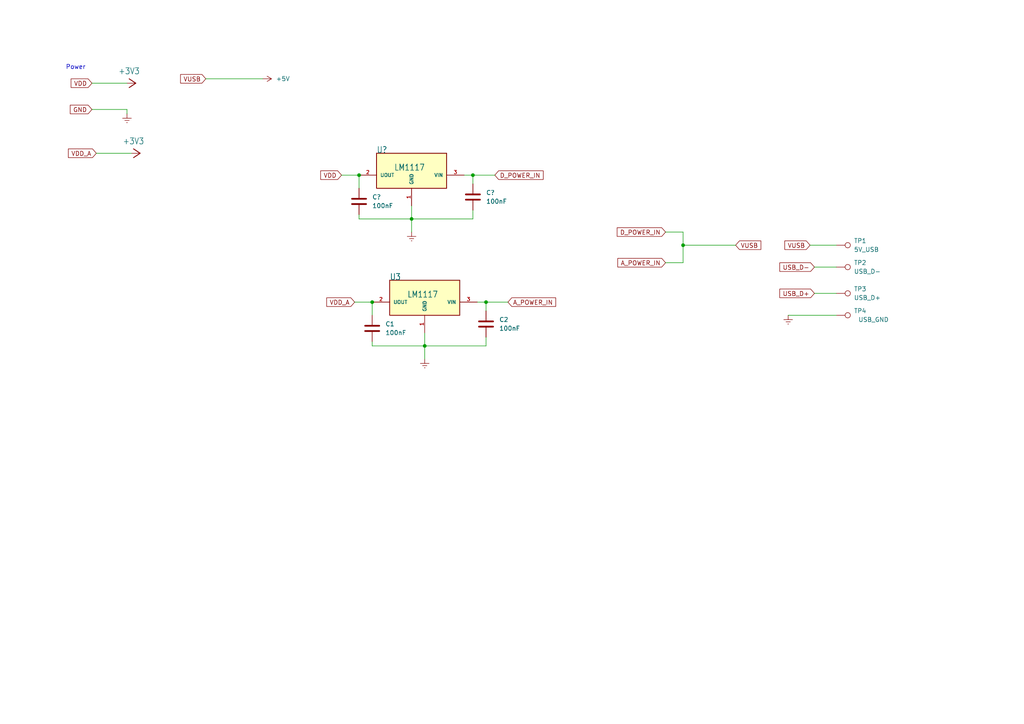
<source format=kicad_sch>
(kicad_sch (version 20211123) (generator eeschema)
  (paper "A4")
  (lib_symbols
    (symbol "Connector:TestPoint" (pin_numbers hide) (pin_names (offset 0.762) hide)
      (property "Reference" "TP" (at 0 6.858 0))
      (property "Value" "TestPoint" (at 0 5.08 0))
      (symbol "TestPoint_0_1"
        (circle (center 0 3.302) (radius 0.762))
      )
      (symbol "TestPoint_1_1"
        (pin passive line (at 0 0 90) (length 2.54) (name "1") (number "1"))
      )
    )
    (symbol "Device:C" (pin_numbers hide) (pin_names (offset 0.254))
      (property "Reference" "C" (at 0.635 2.54 0))
      (property "Value" "C" (at 0.635 -2.54 0))
      (symbol "C_0_1"
        (polyline (pts (xy -2.032 -0.762) (xy 2.032 -0.762)) (stroke (width 0.508)))
        (polyline (pts (xy -2.032 0.762) (xy 2.032 0.762)) (stroke (width 0.508)))
      )
      (symbol "C_1_1"
        (pin passive line (at 0 3.81 270) (length 2.794) (name "~") (number "1"))
        (pin passive line (at 0 -3.81 90) (length 2.794) (name "~") (number "2"))
      )
    )
    (symbol "GlobalLibrary:LM1117-3.3" (pin_names (offset 1.016))
      (property "Reference" "IC?" (at -7.62 2.54 0))
      (property "Value" "LM1117" (at -2.54 -2.54 0))
      (symbol "LM1117-3.3_0_0"
        (rectangle (start -7.62 -7.62) (end 12.7 2.54) (stroke (width 0.254)) (fill (type background)))
        (pin passive line (at 2.54 -12.7 90) (length 5.08) (name "GND") (number "1"))
        (pin output line (at -12.7 -3.81 0) (length 5.08) (name "UOUT") (number "2"))
        (pin bidirectional line (at 17.78 -3.81 180) (length 5.08) (name "VIN") (number "3"))
      )
    )
    (symbol "esp32s2Stick-eagle-import:+3V3" (power)
      (property "Value" "+3V3" (at -2.54 -5.08 90))
      (symbol "+3V3_1_0"
        (polyline (pts (xy 0 0) (xy -1.27 -1.905)) (stroke (width 0.254)))
        (polyline (pts (xy 1.27 -1.905) (xy 0 0)) (stroke (width 0.254)))
        (pin power_in line (at 0 -2.54 90) (length 2.54) (name "+3V3") (number "1"))
      )
    )
    (symbol "power:+5V" (power) (pin_names (offset 0))
      (property "Value" "+5V" (at 0 3.556 0))
      (symbol "+5V_0_1"
        (polyline (pts (xy -0.762 1.27) (xy 0 2.54)))
        (polyline (pts (xy 0 0) (xy 0 2.54)))
        (polyline (pts (xy 0 2.54) (xy 0.762 1.27)))
      )
      (symbol "+5V_1_1"
        (pin power_in line (at 0 0 90) (length 0) hide (name "+5V") (number "1"))
      )
    )
    (symbol "power:Earth" (power) (pin_names (offset 0))
      (symbol "Earth_0_1"
        (polyline (pts (xy -0.635 -1.905) (xy 0.635 -1.905)))
        (polyline (pts (xy -0.127 -2.54) (xy 0.127 -2.54)))
        (polyline (pts (xy 0 -1.27) (xy 0 0)))
        (polyline (pts (xy 1.27 -1.27) (xy -1.27 -1.27)))
      )
      (symbol "Earth_1_1"
        (pin power_in line (at 0 0 270) (length 0) hide (name "Earth") (number "1"))
      )
    )
  )
  (junction (at 107.95 87.63))
  (junction (at 140.97 87.63))
  (junction (at 198.12 71.12))
  (junction (at 119.38 63.5))
  (junction (at 123.19 100.33))
  (junction (at 104.14 50.8))
  (junction (at 137.16 50.8))
  (wire (pts (xy 140.97 87.63) (xy 147.32 87.63)))
  (wire (pts (xy 59.69 22.86) (xy 76.2 22.86)))
  (wire (pts (xy 137.16 53.34) (xy 137.16 50.8)))
  (wire (pts (xy 234.95 71.12) (xy 242.57 71.12)))
  (wire (pts (xy 119.38 63.5) (xy 137.16 63.5)))
  (wire (pts (xy 104.14 54.61) (xy 104.14 50.8)))
  (wire (pts (xy 27.94 44.45) (xy 38.1 44.45)))
  (wire (pts (xy 26.67 31.75) (xy 36.83 31.75)))
  (wire (pts (xy 193.04 76.2) (xy 198.12 76.2)))
  (wire (pts (xy 102.87 87.63) (xy 107.95 87.63)))
  (wire (pts (xy 193.04 67.31) (xy 198.12 67.31)))
  (wire (pts (xy 236.22 77.47) (xy 242.57 77.47)))
  (wire (pts (xy 119.38 67.31) (xy 119.38 63.5)))
  (wire (pts (xy 140.97 90.17) (xy 140.97 87.63)))
  (wire (pts (xy 140.97 100.33) (xy 140.97 97.79)))
  (wire (pts (xy 198.12 71.12) (xy 213.36 71.12)))
  (wire (pts (xy 134.62 50.8) (xy 137.16 50.8)))
  (wire (pts (xy 236.22 85.09) (xy 242.57 85.09)))
  (wire (pts (xy 137.16 50.8) (xy 143.51 50.8)))
  (wire (pts (xy 36.83 31.75) (xy 36.83 33.02)))
  (wire (pts (xy 26.67 24.13) (xy 36.83 24.13)))
  (wire (pts (xy 104.14 63.5) (xy 119.38 63.5)))
  (wire (pts (xy 99.06 50.8) (xy 104.14 50.8)))
  (wire (pts (xy 107.95 100.33) (xy 107.95 99.06)))
  (wire (pts (xy 137.16 63.5) (xy 137.16 60.96)))
  (wire (pts (xy 123.19 100.33) (xy 123.19 96.52)))
  (wire (pts (xy 107.95 91.44) (xy 107.95 87.63)))
  (wire (pts (xy 242.57 91.44) (xy 228.6 91.44)))
  (wire (pts (xy 198.12 71.12) (xy 198.12 67.31)))
  (wire (pts (xy 198.12 71.12) (xy 198.12 76.2)))
  (wire (pts (xy 123.19 100.33) (xy 140.97 100.33)))
  (wire (pts (xy 138.43 87.63) (xy 140.97 87.63)))
  (wire (pts (xy 104.14 63.5) (xy 104.14 62.23)))
  (wire (pts (xy 119.38 63.5) (xy 119.38 59.69)))
  (wire (pts (xy 123.19 104.14) (xy 123.19 100.33)))
  (wire (pts (xy 107.95 100.33) (xy 123.19 100.33)))
  (text "Power" (at 19.05 20.32 0) (effects (font (size 1.27 1.27)) (justify left bottom)))
  (global_label "VUSB" (shape input) (at 234.95 71.12 180) (property "Intersheet References" "${INTERSHEET_REFS}" (effects hide)))
  (global_label "GND" (shape input) (at 26.67 31.75 180) (property "Intersheet References" "${INTERSHEET_REFS}" (effects hide)))
  (global_label "VUSB" (shape input) (at 59.69 22.86 180) (property "Intersheet References" "${INTERSHEET_REFS}" (effects hide)))
  (global_label "VUSB" (shape input) (at 213.36 71.12 0) (property "Intersheet References" "${INTERSHEET_REFS}" (effects hide)))
  (global_label "USB_D-" (shape input) (at 236.22 77.47 180) (property "Intersheet References" "${INTERSHEET_REFS}" (effects hide)))
  (global_label "D_POWER_IN" (shape input) (at 193.04 67.31 180) (property "Intersheet References" "${INTERSHEET_REFS}" (effects hide)))
  (global_label "VDD" (shape input) (at 26.67 24.13 180) (property "Intersheet References" "${INTERSHEET_REFS}" (effects hide)))
  (global_label "A_POWER_IN" (shape input) (at 147.32 87.63 0) (property "Intersheet References" "${INTERSHEET_REFS}" (effects hide)))
  (global_label "VDD_A" (shape input) (at 27.94 44.45 180) (property "Intersheet References" "${INTERSHEET_REFS}" (effects hide)))
  (global_label "D_POWER_IN" (shape input) (at 143.51 50.8 0) (property "Intersheet References" "${INTERSHEET_REFS}" (effects hide)))
  (global_label "VDD_A" (shape input) (at 102.87 87.63 180) (property "Intersheet References" "${INTERSHEET_REFS}" (effects hide)))
  (global_label "A_POWER_IN" (shape input) (at 193.04 76.2 180) (property "Intersheet References" "${INTERSHEET_REFS}" (effects hide)))
  (global_label "VDD" (shape input) (at 99.06 50.8 180) (property "Intersheet References" "${INTERSHEET_REFS}" (effects hide)))
  (global_label "USB_D+" (shape input) (at 236.22 85.09 180) (property "Intersheet References" "${INTERSHEET_REFS}" (effects hide)))
  (symbol (lib_id "power:+5V") (at 76.2 22.86 270) (unit 1)
    (property "Reference" "#PWR?" (effects hide))
    (property "Value" "+5V" (at 80.01 22.8599 90) (effects (justify left)))
  )
  (symbol (lib_id "power:Earth") (at 36.83 33.02 0) (unit 1)
    (property "Reference" "#PWR0103" (effects hide))
    (property "Value" "Earth" (effects hide))
  )
  (symbol (lib_id "power:Earth") (at 119.38 67.31 0) (unit 1)
    (property "Reference" "#PWR?" (effects hide))
    (property "Value" "Earth" (effects hide))
  )
  (symbol (lib_id "Device:C") (at 137.16 57.15 0) (unit 1)
    (property "Reference" "C?" (at 140.97 55.8799 0) (effects (justify left)))
    (property "Value" "100nF" (at 140.97 58.4199 0) (effects (justify left)))
    (property "Footprint" "Capacitor_SMD:C_0402_1005Metric" (effects hide))
  )
  (symbol (lib_id "Device:C") (at 140.97 93.98 0) (unit 1)
    (property "Reference" "C2" (at 144.78 92.7099 0) (effects (justify left)))
    (property "Value" "100nF" (at 144.78 95.2499 0) (effects (justify left)))
    (property "Footprint" "Capacitor_SMD:C_0402_1005Metric" (effects hide))
  )
  (symbol (lib_id "Connector:TestPoint") (at 242.57 91.44 270) (unit 1)
    (property "Reference" "TP4" (at 247.65 90.1699 90) (effects (justify left)))
    (property "Value" "USB_GND" (at 248.92 92.71 90) (effects (justify left)))
    (property "Footprint" "TestPoint:TestPoint_Pad_D2.0mm" (effects hide))
  )
  (symbol (lib_id "Device:C") (at 104.14 58.42 0) (unit 1)
    (property "Reference" "C?" (at 107.95 57.1499 0) (effects (justify left)))
    (property "Value" "100nF" (at 107.95 59.6899 0) (effects (justify left)))
    (property "Footprint" "Capacitor_SMD:C_0402_1005Metric" (effects hide))
  )
  (symbol (lib_id "esp32s2Stick-eagle-import:+3V3") (at 40.64 44.45 270) (unit 1)
    (property "Reference" "#+3V?" (effects hide))
    (property "Value" "+3V3" (at 35.56 41.91 90) (effects (font (size 1.778 1.5113)) (justify left bottom)))
    (property "Footprint" "esp32s2Stick:" (effects hide))
  )
  (symbol (lib_id "GlobalLibrary:LM1117-3.3") (at 116.84 46.99 0) (unit 1)
    (property "Reference" "U?" (at 109.22 44.45 0) (effects (font (size 1.778 1.5113)) (justify left bottom)))
    (property "Value" "LM1117" (at 114.3 49.53 0) (effects (font (size 1.778 1.5113)) (justify left bottom)))
    (property "Footprint" "SOT-223" (effects hide))
  )
  (symbol (lib_id "power:Earth") (at 123.19 104.14 0) (unit 1)
    (property "Reference" "#PWR0102" (effects hide))
    (property "Value" "Earth" (effects hide))
  )
  (symbol (lib_id "Connector:TestPoint") (at 242.57 85.09 270) (unit 1)
    (property "Reference" "TP3" (at 247.65 83.8199 90) (effects (justify left)))
    (property "Value" "USB_D+" (at 247.65 86.3599 90) (effects (justify left)))
    (property "Footprint" "TestPoint:TestPoint_Pad_D2.0mm" (effects hide))
  )
  (symbol (lib_id "Connector:TestPoint") (at 242.57 71.12 270) (unit 1)
    (property "Reference" "TP1" (at 247.65 69.8499 90) (effects (justify left)))
    (property "Value" "5V_USB" (at 247.65 72.3899 90) (effects (justify left)))
    (property "Footprint" "TestPoint:TestPoint_Pad_D2.0mm" (effects hide))
  )
  (symbol (lib_id "esp32s2Stick-eagle-import:+3V3") (at 39.37 24.13 270) (unit 1)
    (property "Reference" "#+3V0101" (effects hide))
    (property "Value" "+3V3" (at 34.29 21.59 90) (effects (font (size 1.778 1.5113)) (justify left bottom)))
    (property "Footprint" "esp32s2Stick:" (effects hide))
  )
  (symbol (lib_id "power:Earth") (at 228.6 91.44 0) (unit 1)
    (property "Reference" "#PWR0101" (effects hide))
    (property "Value" "Earth" (effects hide))
  )
  (symbol (lib_id "Device:C") (at 107.95 95.25 0) (unit 1)
    (property "Reference" "C1" (at 111.76 93.9799 0) (effects (justify left)))
    (property "Value" "100nF" (at 111.76 96.5199 0) (effects (justify left)))
    (property "Footprint" "Capacitor_SMD:C_0402_1005Metric" (effects hide))
  )
  (symbol (lib_id "Connector:TestPoint") (at 242.57 77.47 270) (unit 1)
    (property "Reference" "TP2" (at 247.65 76.1999 90) (effects (justify left)))
    (property "Value" "USB_D-" (at 247.65 78.7399 90) (effects (justify left)))
    (property "Footprint" "TestPoint:TestPoint_Pad_D2.0mm" (effects hide))
  )
  (symbol (lib_id "GlobalLibrary:LM1117-3.3") (at 120.65 83.82 0) (unit 1)
    (property "Reference" "U3" (at 113.03 81.28 0) (effects (font (size 1.778 1.5113)) (justify left bottom)))
    (property "Value" "LM1117" (at 118.11 86.36 0) (effects (font (size 1.778 1.5113)) (justify left bottom)))
    (property "Footprint" "SOT-223" (effects hide))
  )
)
</source>
